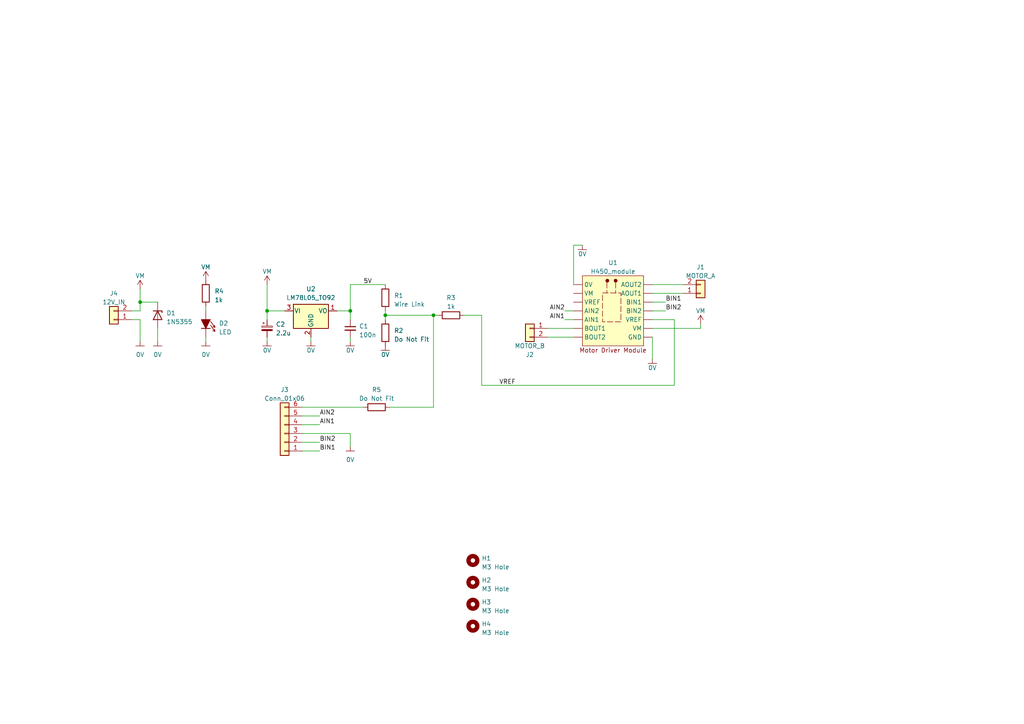
<source format=kicad_sch>
(kicad_sch (version 20230121) (generator eeschema)

  (uuid bbfe2203-dde1-496d-a2bc-7447c18133cc)

  (paper "A4")

  (lib_symbols
    (symbol "Connector_Generic:Conn_01x02" (pin_names (offset 1.016) hide) (in_bom yes) (on_board yes)
      (property "Reference" "J" (at 0 2.54 0)
        (effects (font (size 1.27 1.27)))
      )
      (property "Value" "Conn_01x02" (at 0 -5.08 0)
        (effects (font (size 1.27 1.27)))
      )
      (property "Footprint" "" (at 0 0 0)
        (effects (font (size 1.27 1.27)) hide)
      )
      (property "Datasheet" "~" (at 0 0 0)
        (effects (font (size 1.27 1.27)) hide)
      )
      (property "ki_keywords" "connector" (at 0 0 0)
        (effects (font (size 1.27 1.27)) hide)
      )
      (property "ki_description" "Generic connector, single row, 01x02, script generated (kicad-library-utils/schlib/autogen/connector/)" (at 0 0 0)
        (effects (font (size 1.27 1.27)) hide)
      )
      (property "ki_fp_filters" "Connector*:*_1x??_*" (at 0 0 0)
        (effects (font (size 1.27 1.27)) hide)
      )
      (symbol "Conn_01x02_1_1"
        (rectangle (start -1.27 -2.413) (end 0 -2.667)
          (stroke (width 0.1524) (type default))
          (fill (type none))
        )
        (rectangle (start -1.27 0.127) (end 0 -0.127)
          (stroke (width 0.1524) (type default))
          (fill (type none))
        )
        (rectangle (start -1.27 1.27) (end 1.27 -3.81)
          (stroke (width 0.254) (type default))
          (fill (type background))
        )
        (pin passive line (at -5.08 0 0) (length 3.81)
          (name "Pin_1" (effects (font (size 1.27 1.27))))
          (number "1" (effects (font (size 1.27 1.27))))
        )
        (pin passive line (at -5.08 -2.54 0) (length 3.81)
          (name "Pin_2" (effects (font (size 1.27 1.27))))
          (number "2" (effects (font (size 1.27 1.27))))
        )
      )
    )
    (symbol "Connector_Generic:Conn_01x06" (pin_names (offset 1.016) hide) (in_bom yes) (on_board yes)
      (property "Reference" "J" (at 0 7.62 0)
        (effects (font (size 1.27 1.27)))
      )
      (property "Value" "Conn_01x06" (at 0 -10.16 0)
        (effects (font (size 1.27 1.27)))
      )
      (property "Footprint" "" (at 0 0 0)
        (effects (font (size 1.27 1.27)) hide)
      )
      (property "Datasheet" "~" (at 0 0 0)
        (effects (font (size 1.27 1.27)) hide)
      )
      (property "ki_keywords" "connector" (at 0 0 0)
        (effects (font (size 1.27 1.27)) hide)
      )
      (property "ki_description" "Generic connector, single row, 01x06, script generated (kicad-library-utils/schlib/autogen/connector/)" (at 0 0 0)
        (effects (font (size 1.27 1.27)) hide)
      )
      (property "ki_fp_filters" "Connector*:*_1x??_*" (at 0 0 0)
        (effects (font (size 1.27 1.27)) hide)
      )
      (symbol "Conn_01x06_1_1"
        (rectangle (start -1.27 -7.493) (end 0 -7.747)
          (stroke (width 0.1524) (type default))
          (fill (type none))
        )
        (rectangle (start -1.27 -4.953) (end 0 -5.207)
          (stroke (width 0.1524) (type default))
          (fill (type none))
        )
        (rectangle (start -1.27 -2.413) (end 0 -2.667)
          (stroke (width 0.1524) (type default))
          (fill (type none))
        )
        (rectangle (start -1.27 0.127) (end 0 -0.127)
          (stroke (width 0.1524) (type default))
          (fill (type none))
        )
        (rectangle (start -1.27 2.667) (end 0 2.413)
          (stroke (width 0.1524) (type default))
          (fill (type none))
        )
        (rectangle (start -1.27 5.207) (end 0 4.953)
          (stroke (width 0.1524) (type default))
          (fill (type none))
        )
        (rectangle (start -1.27 6.35) (end 1.27 -8.89)
          (stroke (width 0.254) (type default))
          (fill (type background))
        )
        (pin passive line (at -5.08 5.08 0) (length 3.81)
          (name "Pin_1" (effects (font (size 1.27 1.27))))
          (number "1" (effects (font (size 1.27 1.27))))
        )
        (pin passive line (at -5.08 2.54 0) (length 3.81)
          (name "Pin_2" (effects (font (size 1.27 1.27))))
          (number "2" (effects (font (size 1.27 1.27))))
        )
        (pin passive line (at -5.08 0 0) (length 3.81)
          (name "Pin_3" (effects (font (size 1.27 1.27))))
          (number "3" (effects (font (size 1.27 1.27))))
        )
        (pin passive line (at -5.08 -2.54 0) (length 3.81)
          (name "Pin_4" (effects (font (size 1.27 1.27))))
          (number "4" (effects (font (size 1.27 1.27))))
        )
        (pin passive line (at -5.08 -5.08 0) (length 3.81)
          (name "Pin_5" (effects (font (size 1.27 1.27))))
          (number "5" (effects (font (size 1.27 1.27))))
        )
        (pin passive line (at -5.08 -7.62 0) (length 3.81)
          (name "Pin_6" (effects (font (size 1.27 1.27))))
          (number "6" (effects (font (size 1.27 1.27))))
        )
      )
    )
    (symbol "Device:C_Polarized_Small" (pin_numbers hide) (pin_names (offset 0.254) hide) (in_bom yes) (on_board yes)
      (property "Reference" "C" (at 0.254 1.778 0)
        (effects (font (size 1.27 1.27)) (justify left))
      )
      (property "Value" "C_Polarized_Small" (at 0.254 -2.032 0)
        (effects (font (size 1.27 1.27)) (justify left))
      )
      (property "Footprint" "" (at 0 0 0)
        (effects (font (size 1.27 1.27)) hide)
      )
      (property "Datasheet" "~" (at 0 0 0)
        (effects (font (size 1.27 1.27)) hide)
      )
      (property "ki_keywords" "cap capacitor" (at 0 0 0)
        (effects (font (size 1.27 1.27)) hide)
      )
      (property "ki_description" "Polarized capacitor, small symbol" (at 0 0 0)
        (effects (font (size 1.27 1.27)) hide)
      )
      (property "ki_fp_filters" "CP_*" (at 0 0 0)
        (effects (font (size 1.27 1.27)) hide)
      )
      (symbol "C_Polarized_Small_0_1"
        (rectangle (start -1.524 -0.3048) (end 1.524 -0.6858)
          (stroke (width 0) (type default))
          (fill (type outline))
        )
        (rectangle (start -1.524 0.6858) (end 1.524 0.3048)
          (stroke (width 0) (type default))
          (fill (type none))
        )
        (polyline
          (pts
            (xy -1.27 1.524)
            (xy -0.762 1.524)
          )
          (stroke (width 0) (type default))
          (fill (type none))
        )
        (polyline
          (pts
            (xy -1.016 1.27)
            (xy -1.016 1.778)
          )
          (stroke (width 0) (type default))
          (fill (type none))
        )
      )
      (symbol "C_Polarized_Small_1_1"
        (pin passive line (at 0 2.54 270) (length 1.8542)
          (name "~" (effects (font (size 1.27 1.27))))
          (number "1" (effects (font (size 1.27 1.27))))
        )
        (pin passive line (at 0 -2.54 90) (length 1.8542)
          (name "~" (effects (font (size 1.27 1.27))))
          (number "2" (effects (font (size 1.27 1.27))))
        )
      )
    )
    (symbol "Device:C_Small" (pin_numbers hide) (pin_names (offset 0.254) hide) (in_bom yes) (on_board yes)
      (property "Reference" "C" (at 0.254 1.778 0)
        (effects (font (size 1.27 1.27)) (justify left))
      )
      (property "Value" "C_Small" (at 0.254 -2.032 0)
        (effects (font (size 1.27 1.27)) (justify left))
      )
      (property "Footprint" "" (at 0 0 0)
        (effects (font (size 1.27 1.27)) hide)
      )
      (property "Datasheet" "~" (at 0 0 0)
        (effects (font (size 1.27 1.27)) hide)
      )
      (property "ki_keywords" "capacitor cap" (at 0 0 0)
        (effects (font (size 1.27 1.27)) hide)
      )
      (property "ki_description" "Unpolarized capacitor, small symbol" (at 0 0 0)
        (effects (font (size 1.27 1.27)) hide)
      )
      (property "ki_fp_filters" "C_*" (at 0 0 0)
        (effects (font (size 1.27 1.27)) hide)
      )
      (symbol "C_Small_0_1"
        (polyline
          (pts
            (xy -1.524 -0.508)
            (xy 1.524 -0.508)
          )
          (stroke (width 0.3302) (type default))
          (fill (type none))
        )
        (polyline
          (pts
            (xy -1.524 0.508)
            (xy 1.524 0.508)
          )
          (stroke (width 0.3048) (type default))
          (fill (type none))
        )
      )
      (symbol "C_Small_1_1"
        (pin passive line (at 0 2.54 270) (length 2.032)
          (name "~" (effects (font (size 1.27 1.27))))
          (number "1" (effects (font (size 1.27 1.27))))
        )
        (pin passive line (at 0 -2.54 90) (length 2.032)
          (name "~" (effects (font (size 1.27 1.27))))
          (number "2" (effects (font (size 1.27 1.27))))
        )
      )
    )
    (symbol "Device:D_Zener" (pin_numbers hide) (pin_names (offset 1.016) hide) (in_bom yes) (on_board yes)
      (property "Reference" "D" (at 0 2.54 0)
        (effects (font (size 1.27 1.27)))
      )
      (property "Value" "D_Zener" (at 0 -2.54 0)
        (effects (font (size 1.27 1.27)))
      )
      (property "Footprint" "" (at 0 0 0)
        (effects (font (size 1.27 1.27)) hide)
      )
      (property "Datasheet" "~" (at 0 0 0)
        (effects (font (size 1.27 1.27)) hide)
      )
      (property "ki_keywords" "diode" (at 0 0 0)
        (effects (font (size 1.27 1.27)) hide)
      )
      (property "ki_description" "Zener diode" (at 0 0 0)
        (effects (font (size 1.27 1.27)) hide)
      )
      (property "ki_fp_filters" "TO-???* *_Diode_* *SingleDiode* D_*" (at 0 0 0)
        (effects (font (size 1.27 1.27)) hide)
      )
      (symbol "D_Zener_0_1"
        (polyline
          (pts
            (xy 1.27 0)
            (xy -1.27 0)
          )
          (stroke (width 0) (type default))
          (fill (type none))
        )
        (polyline
          (pts
            (xy -1.27 -1.27)
            (xy -1.27 1.27)
            (xy -0.762 1.27)
          )
          (stroke (width 0.254) (type default))
          (fill (type none))
        )
        (polyline
          (pts
            (xy 1.27 -1.27)
            (xy 1.27 1.27)
            (xy -1.27 0)
            (xy 1.27 -1.27)
          )
          (stroke (width 0.254) (type default))
          (fill (type none))
        )
      )
      (symbol "D_Zener_1_1"
        (pin passive line (at -3.81 0 0) (length 2.54)
          (name "K" (effects (font (size 1.27 1.27))))
          (number "1" (effects (font (size 1.27 1.27))))
        )
        (pin passive line (at 3.81 0 180) (length 2.54)
          (name "A" (effects (font (size 1.27 1.27))))
          (number "2" (effects (font (size 1.27 1.27))))
        )
      )
    )
    (symbol "Device:R" (pin_numbers hide) (pin_names (offset 0)) (in_bom yes) (on_board yes)
      (property "Reference" "R" (at 2.032 0 90)
        (effects (font (size 1.27 1.27)))
      )
      (property "Value" "R" (at 0 0 90)
        (effects (font (size 1.27 1.27)))
      )
      (property "Footprint" "" (at -1.778 0 90)
        (effects (font (size 1.27 1.27)) hide)
      )
      (property "Datasheet" "~" (at 0 0 0)
        (effects (font (size 1.27 1.27)) hide)
      )
      (property "ki_keywords" "R res resistor" (at 0 0 0)
        (effects (font (size 1.27 1.27)) hide)
      )
      (property "ki_description" "Resistor" (at 0 0 0)
        (effects (font (size 1.27 1.27)) hide)
      )
      (property "ki_fp_filters" "R_*" (at 0 0 0)
        (effects (font (size 1.27 1.27)) hide)
      )
      (symbol "R_0_1"
        (rectangle (start -1.016 -2.54) (end 1.016 2.54)
          (stroke (width 0.254) (type default))
          (fill (type none))
        )
      )
      (symbol "R_1_1"
        (pin passive line (at 0 3.81 270) (length 1.27)
          (name "~" (effects (font (size 1.27 1.27))))
          (number "1" (effects (font (size 1.27 1.27))))
        )
        (pin passive line (at 0 -3.81 90) (length 1.27)
          (name "~" (effects (font (size 1.27 1.27))))
          (number "2" (effects (font (size 1.27 1.27))))
        )
      )
    )
    (symbol "Mechanical:MountingHole" (pin_names (offset 1.016)) (in_bom yes) (on_board yes)
      (property "Reference" "H" (at 0 5.08 0)
        (effects (font (size 1.27 1.27)))
      )
      (property "Value" "MountingHole" (at 0 3.175 0)
        (effects (font (size 1.27 1.27)))
      )
      (property "Footprint" "" (at 0 0 0)
        (effects (font (size 1.27 1.27)) hide)
      )
      (property "Datasheet" "~" (at 0 0 0)
        (effects (font (size 1.27 1.27)) hide)
      )
      (property "ki_keywords" "mounting hole" (at 0 0 0)
        (effects (font (size 1.27 1.27)) hide)
      )
      (property "ki_description" "Mounting Hole without connection" (at 0 0 0)
        (effects (font (size 1.27 1.27)) hide)
      )
      (property "ki_fp_filters" "MountingHole*" (at 0 0 0)
        (effects (font (size 1.27 1.27)) hide)
      )
      (symbol "MountingHole_0_1"
        (circle (center 0 0) (radius 1.27)
          (stroke (width 1.27) (type default))
          (fill (type none))
        )
      )
    )
    (symbol "Regulator_Linear:LM78L05_TO92" (pin_names (offset 0.254)) (in_bom yes) (on_board yes)
      (property "Reference" "U" (at -3.81 3.175 0)
        (effects (font (size 1.27 1.27)))
      )
      (property "Value" "LM78L05_TO92" (at 0 3.175 0)
        (effects (font (size 1.27 1.27)) (justify left))
      )
      (property "Footprint" "Package_TO_SOT_THT:TO-92_Inline" (at 0 5.715 0)
        (effects (font (size 1.27 1.27) italic) hide)
      )
      (property "Datasheet" "https://www.onsemi.com/pub/Collateral/MC78L06A-D.pdf" (at 0 -1.27 0)
        (effects (font (size 1.27 1.27)) hide)
      )
      (property "ki_keywords" "Voltage Regulator 100mA Positive" (at 0 0 0)
        (effects (font (size 1.27 1.27)) hide)
      )
      (property "ki_description" "Positive 100mA 30V Linear Regulator, Fixed Output 5V, TO-92" (at 0 0 0)
        (effects (font (size 1.27 1.27)) hide)
      )
      (property "ki_fp_filters" "TO?92*" (at 0 0 0)
        (effects (font (size 1.27 1.27)) hide)
      )
      (symbol "LM78L05_TO92_0_1"
        (rectangle (start -5.08 -5.08) (end 5.08 1.905)
          (stroke (width 0.254) (type default))
          (fill (type background))
        )
      )
      (symbol "LM78L05_TO92_1_1"
        (pin power_out line (at 7.62 0 180) (length 2.54)
          (name "VO" (effects (font (size 1.27 1.27))))
          (number "1" (effects (font (size 1.27 1.27))))
        )
        (pin power_in line (at 0 -7.62 90) (length 2.54)
          (name "GND" (effects (font (size 1.27 1.27))))
          (number "2" (effects (font (size 1.27 1.27))))
        )
        (pin power_in line (at -7.62 0 0) (length 2.54)
          (name "VI" (effects (font (size 1.27 1.27))))
          (number "3" (effects (font (size 1.27 1.27))))
        )
      )
    )
    (symbol "User_Global_Symbol_Library:0V" (power) (pin_names (offset 0)) (in_bom yes) (on_board yes)
      (property "Reference" "#PWR" (at 0 -5.08 0)
        (effects (font (size 1.27 1.27)) hide)
      )
      (property "Value" "0V" (at 0 -2.54 0)
        (effects (font (size 1.27 1.27)))
      )
      (property "Footprint" "" (at 0 0 0)
        (effects (font (size 1.27 1.27)) hide)
      )
      (property "Datasheet" "" (at 0 0 0)
        (effects (font (size 1.27 1.27)) hide)
      )
      (property "ki_keywords" "power-flag" (at 0 0 0)
        (effects (font (size 1.27 1.27)) hide)
      )
      (property "ki_description" "Power symbol creates a global label with name \"0V\"" (at 0 0 0)
        (effects (font (size 1.27 1.27)) hide)
      )
      (symbol "0V_0_1"
        (polyline
          (pts
            (xy -1.27 -1.27)
            (xy 1.27 -1.27)
          )
          (stroke (width 0) (type default))
          (fill (type none))
        )
        (polyline
          (pts
            (xy 0 0)
            (xy 0 -1.27)
          )
          (stroke (width 0) (type default))
          (fill (type none))
        )
      )
      (symbol "0V_1_1"
        (pin power_in line (at 0 0 270) (length 0) hide
          (name "0V" (effects (font (size 1.27 1.27))))
          (number "1" (effects (font (size 1.27 1.27))))
        )
      )
    )
    (symbol "User_Global_Symbol_Library:LED" (pin_numbers hide) (pin_names (offset 1.016) hide) (in_bom yes) (on_board yes)
      (property "Reference" "D" (at 0 2.54 0)
        (effects (font (size 1.27 1.27)))
      )
      (property "Value" "LED" (at 0 -3.81 0)
        (effects (font (size 1.27 1.27)))
      )
      (property "Footprint" "" (at 0 0 0)
        (effects (font (size 1.27 1.27)) hide)
      )
      (property "Datasheet" "~" (at 0 0 0)
        (effects (font (size 1.27 1.27)) hide)
      )
      (property "ki_keywords" "LED diode" (at 0 0 0)
        (effects (font (size 1.27 1.27)) hide)
      )
      (property "ki_description" "Light emitting diode, filled shape" (at 0 0 0)
        (effects (font (size 1.27 1.27)) hide)
      )
      (property "ki_fp_filters" "LED* LED_SMD:* LED_THT:*" (at 0 0 0)
        (effects (font (size 1.27 1.27)) hide)
      )
      (symbol "LED_0_1"
        (polyline
          (pts
            (xy -1.27 -1.27)
            (xy -1.27 1.27)
          )
          (stroke (width 0.254) (type default))
          (fill (type none))
        )
        (polyline
          (pts
            (xy -1.27 0)
            (xy 1.27 0)
          )
          (stroke (width 0) (type default))
          (fill (type none))
        )
        (polyline
          (pts
            (xy 1.27 -1.27)
            (xy 1.27 1.27)
            (xy -1.27 0)
            (xy 1.27 -1.27)
          )
          (stroke (width 0.254) (type default))
          (fill (type outline))
        )
        (polyline
          (pts
            (xy -0.381 -1.397)
            (xy -2.159 -2.667)
            (xy -1.524 -2.54)
            (xy -2.159 -2.667)
            (xy -1.905 -2.032)
          )
          (stroke (width 0.2) (type default))
          (fill (type none))
        )
        (polyline
          (pts
            (xy 0.762 -1.397)
            (xy -1.016 -2.667)
            (xy -0.381 -2.54)
            (xy -1.016 -2.667)
            (xy -0.762 -2.032)
          )
          (stroke (width 0.2) (type default))
          (fill (type none))
        )
      )
      (symbol "LED_1_1"
        (pin passive line (at -3.81 0 0) (length 2.54)
          (name "K" (effects (font (size 1.27 1.27))))
          (number "1" (effects (font (size 1.27 1.27))))
        )
        (pin passive line (at 3.81 0 180) (length 2.54)
          (name "A" (effects (font (size 1.27 1.27))))
          (number "2" (effects (font (size 1.27 1.27))))
        )
      )
    )
    (symbol "User_Global_Symbol_Library:VM" (power) (pin_names (offset 0)) (in_bom yes) (on_board yes)
      (property "Reference" "#PWR" (at 0 -3.81 0)
        (effects (font (size 1.27 1.27)) hide)
      )
      (property "Value" "VM" (at 0 3.556 0)
        (effects (font (size 1.27 1.27)))
      )
      (property "Footprint" "" (at 0 0 0)
        (effects (font (size 1.27 1.27)) hide)
      )
      (property "Datasheet" "" (at 0 0 0)
        (effects (font (size 1.27 1.27)) hide)
      )
      (property "ki_keywords" "global power" (at 0 0 0)
        (effects (font (size 1.27 1.27)) hide)
      )
      (property "ki_description" "Power symbol creates a global label with name \"VM\"" (at 0 0 0)
        (effects (font (size 1.27 1.27)) hide)
      )
      (symbol "VM_0_1"
        (polyline
          (pts
            (xy -0.762 1.27)
            (xy 0 2.54)
          )
          (stroke (width 0) (type default))
          (fill (type none))
        )
        (polyline
          (pts
            (xy 0 0)
            (xy 0 2.54)
          )
          (stroke (width 0) (type default))
          (fill (type none))
        )
        (polyline
          (pts
            (xy 0 2.54)
            (xy 0.762 1.27)
          )
          (stroke (width 0) (type default))
          (fill (type none))
        )
      )
      (symbol "VM_1_1"
        (pin power_in line (at 0 0 90) (length 0) hide
          (name "VM" (effects (font (size 1.27 1.27))))
          (number "1" (effects (font (size 1.27 1.27))))
        )
      )
    )
    (symbol "User_Global_Symbol_Library:h450_module" (pin_numbers hide) (in_bom yes) (on_board yes)
      (property "Reference" "U" (at 1.27 10.16 0)
        (effects (font (size 1.27 1.27)))
      )
      (property "Value" "H450_module" (at 1.27 -15.24 0)
        (effects (font (size 1.27 1.27)))
      )
      (property "Footprint" "User Global Library:H450-module" (at 0 12.7 0)
        (effects (font (size 1.27 1.27)) hide)
      )
      (property "Datasheet" "" (at 0 0 0)
        (effects (font (size 1.27 1.27)) hide)
      )
      (symbol "h450_module_0_1"
        (rectangle (start -7.62 8.89) (end 10.16 -11.43)
          (stroke (width 0) (type default))
          (fill (type background))
        )
      )
      (symbol "h450_module_1_0"
        (circle (center -0.381 7.493) (radius 0.4579)
          (stroke (width 0) (type default))
          (fill (type outline))
        )
        (circle (center 2.032 7.493) (radius 0.4579)
          (stroke (width 0) (type default))
          (fill (type outline))
        )
        (text "Motor Driver Module" (at 1.27 -12.7 0)
          (effects (font (size 1.27 1.27)))
        )
      )
      (symbol "h450_module_1_1"
        (rectangle (start -1.778 3.937) (end 3.556 -4.445)
          (stroke (width 0) (type dash))
          (fill (type none))
        )
        (polyline
          (pts
            (xy -0.508 6.985)
            (xy -0.508 3.937)
          )
          (stroke (width 0) (type dash))
          (fill (type none))
        )
        (polyline
          (pts
            (xy 2.032 6.985)
            (xy 2.032 3.937)
          )
          (stroke (width 0) (type dash))
          (fill (type none))
        )
        (pin power_in line (at -10.16 6.35 0) (length 2.54)
          (name "0V" (effects (font (size 1.27 1.27))))
          (number "1" (effects (font (size 1.27 1.27))))
        )
        (pin input line (at 12.7 -3.81 180) (length 2.54)
          (name "VREF" (effects (font (size 1.27 1.27))))
          (number "10" (effects (font (size 1.27 1.27))))
        )
        (pin input line (at 12.7 -1.27 180) (length 2.54)
          (name "BIN2" (effects (font (size 1.27 1.27))))
          (number "11" (effects (font (size 1.27 1.27))))
        )
        (pin input line (at 12.7 1.27 180) (length 2.54)
          (name "BIN1" (effects (font (size 1.27 1.27))))
          (number "12" (effects (font (size 1.27 1.27))))
        )
        (pin output line (at 12.7 3.81 180) (length 2.54)
          (name "AOUT1" (effects (font (size 1.27 1.27))))
          (number "13" (effects (font (size 1.27 1.27))))
        )
        (pin output line (at 12.7 6.35 180) (length 2.54)
          (name "AOUT2" (effects (font (size 1.27 1.27))))
          (number "14" (effects (font (size 1.27 1.27))))
        )
        (pin power_in line (at -10.16 3.81 0) (length 2.54)
          (name "VM" (effects (font (size 1.27 1.27))))
          (number "2" (effects (font (size 1.27 1.27))))
        )
        (pin input line (at -10.16 1.27 0) (length 2.54)
          (name "VREF" (effects (font (size 1.27 1.27))))
          (number "3" (effects (font (size 1.27 1.27))))
        )
        (pin input line (at -10.16 -1.27 0) (length 2.54)
          (name "AIN2" (effects (font (size 1.27 1.27))))
          (number "4" (effects (font (size 1.27 1.27))))
        )
        (pin input line (at -10.16 -3.81 0) (length 2.54)
          (name "AIN1" (effects (font (size 1.27 1.27))))
          (number "5" (effects (font (size 1.27 1.27))))
        )
        (pin output line (at -10.16 -6.35 0) (length 2.54)
          (name "BOUT1" (effects (font (size 1.27 1.27))))
          (number "6" (effects (font (size 1.27 1.27))))
        )
        (pin output line (at -10.16 -8.89 0) (length 2.54)
          (name "BOUT2" (effects (font (size 1.27 1.27))))
          (number "7" (effects (font (size 1.27 1.27))))
        )
        (pin power_in line (at 12.7 -8.89 180) (length 2.54)
          (name "GND" (effects (font (size 1.27 1.27))))
          (number "8" (effects (font (size 1.27 1.27))))
        )
        (pin power_in line (at 12.7 -6.35 180) (length 2.54)
          (name "VM" (effects (font (size 1.27 1.27))))
          (number "9" (effects (font (size 1.27 1.27))))
        )
      )
    )
  )

  (junction (at 101.6 90.17) (diameter 0) (color 0 0 0 0)
    (uuid 0a6e8a0a-bca0-4e54-936e-104a89996e57)
  )
  (junction (at 111.76 91.44) (diameter 0) (color 0 0 0 0)
    (uuid 1d047c8f-9ec9-4cbe-a087-529dc1fcd248)
  )
  (junction (at 40.64 87.63) (diameter 0) (color 0 0 0 0)
    (uuid 63a94b7a-53a1-4613-b3a5-4724eb18e742)
  )
  (junction (at 77.47 90.17) (diameter 0) (color 0 0 0 0)
    (uuid a99375f9-2148-44c3-bc9a-450adc11a518)
  )
  (junction (at 125.73 91.44) (diameter 0) (color 0 0 0 0)
    (uuid c2e1fb68-c955-430d-9dcf-afc10031be9c)
  )

  (wire (pts (xy 77.47 82.55) (xy 77.47 90.17))
    (stroke (width 0) (type default))
    (uuid 0195b05e-3816-4a6a-85cd-e984fcc833a2)
  )
  (wire (pts (xy 111.76 82.55) (xy 101.6 82.55))
    (stroke (width 0) (type default))
    (uuid 04089f3e-d2d3-44c2-8b72-299c6e7cf89a)
  )
  (wire (pts (xy 101.6 99.06) (xy 101.6 97.79))
    (stroke (width 0) (type default))
    (uuid 0c11853e-fecf-473e-811f-6fc0a3f797ef)
  )
  (wire (pts (xy 125.73 118.11) (xy 125.73 91.44))
    (stroke (width 0) (type default))
    (uuid 115e3280-fb6e-403a-be63-87f3f5876d8a)
  )
  (wire (pts (xy 40.64 87.63) (xy 40.64 83.82))
    (stroke (width 0) (type default))
    (uuid 12e51d18-2518-47e5-9569-32b9bfd51a72)
  )
  (wire (pts (xy 90.17 99.06) (xy 90.17 97.79))
    (stroke (width 0) (type default))
    (uuid 135d7835-d7da-472e-92e3-0724922dc352)
  )
  (wire (pts (xy 77.47 90.17) (xy 82.55 90.17))
    (stroke (width 0) (type default))
    (uuid 1e35f709-391a-4f44-b41e-da78b70d8f5c)
  )
  (wire (pts (xy 101.6 82.55) (xy 101.6 90.17))
    (stroke (width 0) (type default))
    (uuid 21a51cd0-00a7-4504-a70c-1204fe0270c0)
  )
  (wire (pts (xy 101.6 90.17) (xy 101.6 92.71))
    (stroke (width 0) (type default))
    (uuid 299ef3c6-1e13-4337-85df-6c89ab59a364)
  )
  (wire (pts (xy 45.72 99.06) (xy 45.72 95.25))
    (stroke (width 0) (type default))
    (uuid 2f65f6da-06ee-404b-8a38-f43ba4d5a213)
  )
  (wire (pts (xy 189.23 104.14) (xy 189.23 97.79))
    (stroke (width 0) (type default))
    (uuid 3b283148-7afe-48ce-81cc-3b4bf0d31f1c)
  )
  (wire (pts (xy 158.75 95.25) (xy 166.37 95.25))
    (stroke (width 0) (type default))
    (uuid 3dbde128-bcd2-4041-91b3-63261ac4613b)
  )
  (wire (pts (xy 203.2 93.98) (xy 203.2 95.25))
    (stroke (width 0) (type default))
    (uuid 4447f2a8-c571-4467-8b29-ab8058927306)
  )
  (wire (pts (xy 40.64 90.17) (xy 40.64 87.63))
    (stroke (width 0) (type default))
    (uuid 45b28c57-91ce-46ee-898d-b212963c0f07)
  )
  (wire (pts (xy 111.76 91.44) (xy 111.76 92.71))
    (stroke (width 0) (type default))
    (uuid 4988ce64-3e24-41e2-9b27-590b6a140d10)
  )
  (wire (pts (xy 158.75 97.79) (xy 166.37 97.79))
    (stroke (width 0) (type default))
    (uuid 4bf0a7d2-d6ff-4908-ae26-922aa60505ba)
  )
  (wire (pts (xy 163.83 92.71) (xy 166.37 92.71))
    (stroke (width 0) (type default))
    (uuid 4c5aa4c6-d524-4cac-9859-0e839ee4aaee)
  )
  (wire (pts (xy 168.91 71.12) (xy 166.37 71.12))
    (stroke (width 0) (type default))
    (uuid 4e469f31-e07f-4d16-8e93-1f973d550e46)
  )
  (wire (pts (xy 195.58 111.76) (xy 139.7 111.76))
    (stroke (width 0) (type default))
    (uuid 52303c4a-e923-41f2-882c-7240d02597eb)
  )
  (wire (pts (xy 189.23 85.09) (xy 198.12 85.09))
    (stroke (width 0) (type default))
    (uuid 5c19385b-0472-49a2-bfd3-a52a3a18d9a6)
  )
  (wire (pts (xy 87.63 123.19) (xy 92.71 123.19))
    (stroke (width 0) (type default))
    (uuid 62586ade-5a94-4785-a6aa-a6225b349e46)
  )
  (wire (pts (xy 59.69 88.9) (xy 59.69 90.17))
    (stroke (width 0) (type default))
    (uuid 6e2456f4-ffe4-499d-bb14-e81b1f41c15a)
  )
  (wire (pts (xy 77.47 90.17) (xy 77.47 92.71))
    (stroke (width 0) (type default))
    (uuid 6eb8665b-ceee-41dc-8c0e-dea74da4b861)
  )
  (wire (pts (xy 125.73 91.44) (xy 127 91.44))
    (stroke (width 0) (type default))
    (uuid 7229ac38-a877-4aad-aedd-ada1d82050a2)
  )
  (wire (pts (xy 87.63 130.81) (xy 92.71 130.81))
    (stroke (width 0) (type default))
    (uuid 7aa8a304-8122-4465-9565-bdbc4e11317b)
  )
  (wire (pts (xy 166.37 71.12) (xy 166.37 82.55))
    (stroke (width 0) (type default))
    (uuid 7e7fb194-9520-46dd-812b-20568cd8e4b6)
  )
  (wire (pts (xy 87.63 125.73) (xy 101.6 125.73))
    (stroke (width 0) (type default))
    (uuid 7ec10114-684d-44a3-bd04-4cfc41d1c171)
  )
  (wire (pts (xy 189.23 90.17) (xy 193.04 90.17))
    (stroke (width 0) (type default))
    (uuid 832f924b-8450-4531-a9b4-95fa1ca62dfc)
  )
  (wire (pts (xy 59.69 99.06) (xy 59.69 97.79))
    (stroke (width 0) (type default))
    (uuid 83e6dfcc-d6a9-4533-a95d-584cc1752f97)
  )
  (wire (pts (xy 38.1 92.71) (xy 40.64 92.71))
    (stroke (width 0) (type default))
    (uuid 8a90e627-4b08-4259-8aea-a698a2b263d1)
  )
  (wire (pts (xy 189.23 82.55) (xy 198.12 82.55))
    (stroke (width 0) (type default))
    (uuid 8c8eeab2-eb4b-4b49-a2a3-ac1865e0dd6a)
  )
  (wire (pts (xy 111.76 90.17) (xy 111.76 91.44))
    (stroke (width 0) (type default))
    (uuid 9171444c-7630-4c3c-aeb7-09950d3fe4b9)
  )
  (wire (pts (xy 113.03 118.11) (xy 125.73 118.11))
    (stroke (width 0) (type default))
    (uuid 950f7596-9fcd-414b-8489-293ec9400b11)
  )
  (wire (pts (xy 40.64 87.63) (xy 45.72 87.63))
    (stroke (width 0) (type default))
    (uuid 97571cf5-11c9-4b38-a12a-c3caab4d0672)
  )
  (wire (pts (xy 40.64 92.71) (xy 40.64 99.06))
    (stroke (width 0) (type default))
    (uuid 99ce1cd4-c98e-47a4-988f-20baffc6b9b7)
  )
  (wire (pts (xy 163.83 90.17) (xy 166.37 90.17))
    (stroke (width 0) (type default))
    (uuid a88afb25-4f2b-4868-8707-fd5be30c8ffa)
  )
  (wire (pts (xy 195.58 92.71) (xy 195.58 111.76))
    (stroke (width 0) (type default))
    (uuid ba8b8ff8-455f-49b3-af1c-0836b14ca258)
  )
  (wire (pts (xy 101.6 125.73) (xy 101.6 129.54))
    (stroke (width 0) (type default))
    (uuid c0f8e70c-bbbd-46e9-8228-ba357af53bba)
  )
  (wire (pts (xy 189.23 95.25) (xy 203.2 95.25))
    (stroke (width 0) (type default))
    (uuid c5f57e57-0077-43cf-ad62-0a795daef148)
  )
  (wire (pts (xy 87.63 120.65) (xy 92.71 120.65))
    (stroke (width 0) (type default))
    (uuid c85cb8c9-d3d0-4ae7-99b7-a493153f467e)
  )
  (wire (pts (xy 139.7 111.76) (xy 139.7 91.44))
    (stroke (width 0) (type default))
    (uuid c91dee1a-3780-46f6-a13c-988c5cccd838)
  )
  (wire (pts (xy 189.23 87.63) (xy 193.04 87.63))
    (stroke (width 0) (type default))
    (uuid d4d2356e-5b22-485b-8417-49f53fe6546e)
  )
  (wire (pts (xy 139.7 91.44) (xy 134.62 91.44))
    (stroke (width 0) (type default))
    (uuid eab280dc-971b-4639-ab65-6014d3e9179d)
  )
  (wire (pts (xy 111.76 91.44) (xy 125.73 91.44))
    (stroke (width 0) (type default))
    (uuid ece30882-6bf2-494b-bc2b-cdc66b20ec8f)
  )
  (wire (pts (xy 97.79 90.17) (xy 101.6 90.17))
    (stroke (width 0) (type default))
    (uuid f03cc026-7479-4b37-ba6f-97bd3a9f6281)
  )
  (wire (pts (xy 38.1 90.17) (xy 40.64 90.17))
    (stroke (width 0) (type default))
    (uuid f237e5ee-c28f-4057-8e33-584ecf4edf14)
  )
  (wire (pts (xy 189.23 92.71) (xy 195.58 92.71))
    (stroke (width 0) (type default))
    (uuid f4daa86e-eb3a-4828-8935-54cff8953c72)
  )
  (wire (pts (xy 87.63 118.11) (xy 105.41 118.11))
    (stroke (width 0) (type default))
    (uuid f8313d5b-d9fe-4371-8cc5-9a75ee6eeac6)
  )
  (wire (pts (xy 87.63 128.27) (xy 92.71 128.27))
    (stroke (width 0) (type default))
    (uuid fa454eba-c8c6-4b99-b7d9-b6a5404caa51)
  )
  (wire (pts (xy 77.47 97.79) (xy 77.47 99.06))
    (stroke (width 0) (type default))
    (uuid fd9a0feb-3167-4b2a-8519-f727ff491390)
  )

  (label "AIN2" (at 92.71 120.65 0) (fields_autoplaced)
    (effects (font (size 1.27 1.27)) (justify left bottom))
    (uuid 091e3541-7b15-4246-9351-b2a10d8e0feb)
  )
  (label "BIN2" (at 193.04 90.17 0) (fields_autoplaced)
    (effects (font (size 1.27 1.27)) (justify left bottom))
    (uuid 1976ff5b-5358-44c9-bdbc-5a379c4c0353)
  )
  (label "BIN1" (at 92.71 130.81 0) (fields_autoplaced)
    (effects (font (size 1.27 1.27)) (justify left bottom))
    (uuid 24e8340d-7bbe-4f66-8c84-3fdca7f12f65)
  )
  (label "AIN1" (at 92.71 123.19 0) (fields_autoplaced)
    (effects (font (size 1.27 1.27)) (justify left bottom))
    (uuid 40d90092-56be-42c6-b178-e5bd75e0e8b3)
  )
  (label "VREF" (at 144.78 111.76 0) (fields_autoplaced)
    (effects (font (size 1.27 1.27)) (justify left bottom))
    (uuid 76c01cee-a955-4755-b899-5e9b659d0209)
  )
  (label "BIN1" (at 193.04 87.63 0) (fields_autoplaced)
    (effects (font (size 1.27 1.27)) (justify left bottom))
    (uuid 7dcb6ce1-e5d1-4bc3-814b-61b85ab25dd8)
  )
  (label "AIN2" (at 163.83 90.17 180) (fields_autoplaced)
    (effects (font (size 1.27 1.27)) (justify right bottom))
    (uuid 9a33db7e-934d-4c97-b3f1-a856d3ca3107)
  )
  (label "5V" (at 105.41 82.55 0) (fields_autoplaced)
    (effects (font (size 1.27 1.27)) (justify left bottom))
    (uuid a7655d65-0d74-4ee0-9325-46fd27f3143d)
  )
  (label "AIN1" (at 163.83 92.71 180) (fields_autoplaced)
    (effects (font (size 1.27 1.27)) (justify right bottom))
    (uuid b8dc30ef-97d7-4115-b3da-36076fb0e63a)
  )
  (label "BIN2" (at 92.71 128.27 0) (fields_autoplaced)
    (effects (font (size 1.27 1.27)) (justify left bottom))
    (uuid b9cb13a3-e6cc-49ee-bb5e-b12ada0a4f4f)
  )

  (symbol (lib_id "User_Global_Symbol_Library:0V") (at 189.23 104.14 0) (unit 1)
    (in_bom yes) (on_board yes) (dnp no)
    (uuid 05f277be-ee27-4c91-86f7-87a29bf8976a)
    (property "Reference" "#PWR08" (at 189.23 109.22 0)
      (effects (font (size 1.27 1.27)) hide)
    )
    (property "Value" "0V" (at 189.23 106.68 0)
      (effects (font (size 1.27 1.27)))
    )
    (property "Footprint" "" (at 189.23 104.14 0)
      (effects (font (size 1.27 1.27)) hide)
    )
    (property "Datasheet" "" (at 189.23 104.14 0)
      (effects (font (size 1.27 1.27)) hide)
    )
    (pin "1" (uuid 231ed6ad-a87c-4a70-864e-12cc46ae2b07))
    (instances
      (project "motor-board-project"
        (path "/bbfe2203-dde1-496d-a2bc-7447c18133cc"
          (reference "#PWR08") (unit 1)
        )
      )
    )
  )

  (symbol (lib_id "User_Global_Symbol_Library:VM") (at 59.69 81.28 0) (unit 1)
    (in_bom yes) (on_board yes) (dnp no) (fields_autoplaced)
    (uuid 07ad8ed6-9436-4a1f-8e37-c9332c1579b9)
    (property "Reference" "#PWR014" (at 59.69 85.09 0)
      (effects (font (size 1.27 1.27)) hide)
    )
    (property "Value" "VM" (at 59.69 77.47 0)
      (effects (font (size 1.27 1.27)))
    )
    (property "Footprint" "" (at 59.69 81.28 0)
      (effects (font (size 1.27 1.27)) hide)
    )
    (property "Datasheet" "" (at 59.69 81.28 0)
      (effects (font (size 1.27 1.27)) hide)
    )
    (pin "1" (uuid 63204b57-7526-4a06-bcd5-0c59db38bd95))
    (instances
      (project "motor-board-project"
        (path "/bbfe2203-dde1-496d-a2bc-7447c18133cc"
          (reference "#PWR014") (unit 1)
        )
      )
    )
  )

  (symbol (lib_id "Device:R") (at 130.81 91.44 270) (unit 1)
    (in_bom yes) (on_board yes) (dnp no) (fields_autoplaced)
    (uuid 090c6dd4-3c11-4d78-9111-82cfadd5cad5)
    (property "Reference" "R3" (at 130.81 86.36 90)
      (effects (font (size 1.27 1.27)))
    )
    (property "Value" "1k" (at 130.81 88.9 90)
      (effects (font (size 1.27 1.27)))
    )
    (property "Footprint" "Resistor_THT:R_Axial_DIN0207_L6.3mm_D2.5mm_P10.16mm_Horizontal" (at 130.81 89.662 90)
      (effects (font (size 1.27 1.27)) hide)
    )
    (property "Datasheet" "~" (at 130.81 91.44 0)
      (effects (font (size 1.27 1.27)) hide)
    )
    (pin "1" (uuid d674acc3-b5b9-4216-b51e-c5d029a7a02f))
    (pin "2" (uuid 7eb6e536-aca4-4146-9819-c28618f50fcd))
    (instances
      (project "motor-board-project"
        (path "/bbfe2203-dde1-496d-a2bc-7447c18133cc"
          (reference "R3") (unit 1)
        )
      )
    )
  )

  (symbol (lib_id "User_Global_Symbol_Library:VM") (at 203.2 93.98 0) (unit 1)
    (in_bom yes) (on_board yes) (dnp no) (fields_autoplaced)
    (uuid 13b4286c-a29d-4a51-bb6b-6af58823b34c)
    (property "Reference" "#PWR06" (at 203.2 97.79 0)
      (effects (font (size 1.27 1.27)) hide)
    )
    (property "Value" "VM" (at 203.2 90.17 0)
      (effects (font (size 1.27 1.27)))
    )
    (property "Footprint" "" (at 203.2 93.98 0)
      (effects (font (size 1.27 1.27)) hide)
    )
    (property "Datasheet" "" (at 203.2 93.98 0)
      (effects (font (size 1.27 1.27)) hide)
    )
    (pin "1" (uuid 5e2bc723-ec49-4f03-b17d-73dc1fecdad7))
    (instances
      (project "motor-board-project"
        (path "/bbfe2203-dde1-496d-a2bc-7447c18133cc"
          (reference "#PWR06") (unit 1)
        )
      )
    )
  )

  (symbol (lib_id "User_Global_Symbol_Library:h450_module") (at 176.53 88.9 0) (unit 1)
    (in_bom yes) (on_board yes) (dnp no) (fields_autoplaced)
    (uuid 14548948-7686-40b4-ad56-9872061b15c6)
    (property "Reference" "U1" (at 177.8 76.2 0)
      (effects (font (size 1.27 1.27)))
    )
    (property "Value" "H450_module" (at 177.8 78.74 0)
      (effects (font (size 1.27 1.27)))
    )
    (property "Footprint" "User Global Library:H450-module" (at 176.53 76.2 0)
      (effects (font (size 1.27 1.27)) hide)
    )
    (property "Datasheet" "" (at 176.53 88.9 0)
      (effects (font (size 1.27 1.27)) hide)
    )
    (pin "1" (uuid 37dc2aaa-f1ac-40e2-a30d-2237e060cf7b))
    (pin "10" (uuid a19f11fc-12e4-4152-bdf8-006e8f4e1eaa))
    (pin "11" (uuid 5fa3d542-8ee3-49bb-925b-947000a6dff4))
    (pin "12" (uuid 5eeb3613-922c-41cc-a868-a67ca295dfcb))
    (pin "13" (uuid 540a8023-3ebd-4f6c-8c1d-50311219ebf3))
    (pin "14" (uuid 93862350-b6ac-464f-9f68-2902f6a1ce5f))
    (pin "2" (uuid 1db447af-ba9b-48bb-9ee0-c16605d99132))
    (pin "3" (uuid 8a798959-d728-4831-98a1-8d2f9ae7669f))
    (pin "4" (uuid fbf33424-100b-444f-9eba-e3824df64f53))
    (pin "5" (uuid 5acce84f-1f4a-4de4-9164-a4f696e2e3d0))
    (pin "6" (uuid c891c695-5eca-4745-82c5-bb223b28d11b))
    (pin "7" (uuid dc1fe6d1-f25e-4d12-89dc-d4ce631a0e64))
    (pin "8" (uuid 30e74bca-6973-4e7f-ab76-ed67ffa66af3))
    (pin "9" (uuid 08439fab-52b0-475d-aa73-5c2254d62bc0))
    (instances
      (project "motor-board-project"
        (path "/bbfe2203-dde1-496d-a2bc-7447c18133cc"
          (reference "U1") (unit 1)
        )
      )
    )
  )

  (symbol (lib_id "Connector_Generic:Conn_01x06") (at 82.55 125.73 180) (unit 1)
    (in_bom yes) (on_board yes) (dnp no) (fields_autoplaced)
    (uuid 23d7c0d2-6df5-4a32-8be0-6d5b1a8e86dd)
    (property "Reference" "J3" (at 82.55 113.03 0)
      (effects (font (size 1.27 1.27)))
    )
    (property "Value" "Conn_01x06" (at 82.55 115.57 0)
      (effects (font (size 1.27 1.27)))
    )
    (property "Footprint" "User Global Library:PinHeader_1x06_P2.54mm_Vertical" (at 82.55 125.73 0)
      (effects (font (size 1.27 1.27)) hide)
    )
    (property "Datasheet" "~" (at 82.55 125.73 0)
      (effects (font (size 1.27 1.27)) hide)
    )
    (pin "1" (uuid 18329ab1-f02d-48a6-a095-c8f5b2dce763))
    (pin "2" (uuid 42904c46-d1fb-4123-b74b-00df406a0fb1))
    (pin "3" (uuid a91b1b9e-080c-4508-acce-f9b96416e63b))
    (pin "4" (uuid 896ecae2-98df-480f-932e-7634ec3344f4))
    (pin "5" (uuid 2b0f666c-d84e-4ddf-a448-89052d5bfa2d))
    (pin "6" (uuid f9fd5d82-4040-4e5d-a20e-74f1222d5475))
    (instances
      (project "motor-board-project"
        (path "/bbfe2203-dde1-496d-a2bc-7447c18133cc"
          (reference "J3") (unit 1)
        )
      )
    )
  )

  (symbol (lib_id "User_Global_Symbol_Library:0V") (at 59.69 99.06 0) (unit 1)
    (in_bom yes) (on_board yes) (dnp no) (fields_autoplaced)
    (uuid 318648de-8ebb-49c1-9108-7fe9f86c6a69)
    (property "Reference" "#PWR013" (at 59.69 104.14 0)
      (effects (font (size 1.27 1.27)) hide)
    )
    (property "Value" "0V" (at 59.69 102.87 0)
      (effects (font (size 1.27 1.27)))
    )
    (property "Footprint" "" (at 59.69 99.06 0)
      (effects (font (size 1.27 1.27)) hide)
    )
    (property "Datasheet" "" (at 59.69 99.06 0)
      (effects (font (size 1.27 1.27)) hide)
    )
    (pin "1" (uuid e9392128-40c0-482e-828f-211cae676646))
    (instances
      (project "motor-board-project"
        (path "/bbfe2203-dde1-496d-a2bc-7447c18133cc"
          (reference "#PWR013") (unit 1)
        )
      )
    )
  )

  (symbol (lib_id "Mechanical:MountingHole") (at 137.16 175.26 0) (unit 1)
    (in_bom yes) (on_board yes) (dnp no) (fields_autoplaced)
    (uuid 3961ed4c-7f41-4951-ab9d-30b2baf41c8d)
    (property "Reference" "H3" (at 139.7 174.625 0)
      (effects (font (size 1.27 1.27)) (justify left))
    )
    (property "Value" "M3 Hole" (at 139.7 177.165 0)
      (effects (font (size 1.27 1.27)) (justify left))
    )
    (property "Footprint" "User Global Library:HOLE_BARE_3.1mm" (at 137.16 175.26 0)
      (effects (font (size 1.27 1.27)) hide)
    )
    (property "Datasheet" "~" (at 137.16 175.26 0)
      (effects (font (size 1.27 1.27)) hide)
    )
    (instances
      (project "motor-board-project"
        (path "/bbfe2203-dde1-496d-a2bc-7447c18133cc"
          (reference "H3") (unit 1)
        )
      )
    )
  )

  (symbol (lib_id "Connector_Generic:Conn_01x02") (at 33.02 92.71 180) (unit 1)
    (in_bom yes) (on_board yes) (dnp no)
    (uuid 3bcec750-04c0-4f2f-a985-3d910bec964f)
    (property "Reference" "J4" (at 33.02 85.09 0)
      (effects (font (size 1.27 1.27)))
    )
    (property "Value" "12V_IN" (at 33.02 87.63 0)
      (effects (font (size 1.27 1.27)))
    )
    (property "Footprint" "User Global Library:TerminalBlock_2way-3.5-3.81mm" (at 33.02 92.71 0)
      (effects (font (size 1.27 1.27)) hide)
    )
    (property "Datasheet" "~" (at 33.02 92.71 0)
      (effects (font (size 1.27 1.27)) hide)
    )
    (pin "1" (uuid 9d06aee9-e0ae-4120-9c33-075f0743f1bf))
    (pin "2" (uuid 3d3df44b-22a2-47f6-9f6f-1c5f13c212b7))
    (instances
      (project "motor-board-project"
        (path "/bbfe2203-dde1-496d-a2bc-7447c18133cc"
          (reference "J4") (unit 1)
        )
      )
    )
  )

  (symbol (lib_id "User_Global_Symbol_Library:0V") (at 77.47 99.06 0) (unit 1)
    (in_bom yes) (on_board yes) (dnp no)
    (uuid 3ffe56c5-e40e-4042-bc5d-2f0b4d703184)
    (property "Reference" "#PWR03" (at 77.47 104.14 0)
      (effects (font (size 1.27 1.27)) hide)
    )
    (property "Value" "0V" (at 77.47 101.6 0)
      (effects (font (size 1.27 1.27)))
    )
    (property "Footprint" "" (at 77.47 99.06 0)
      (effects (font (size 1.27 1.27)) hide)
    )
    (property "Datasheet" "" (at 77.47 99.06 0)
      (effects (font (size 1.27 1.27)) hide)
    )
    (pin "1" (uuid b86a76db-bc67-4df4-8cf1-fa0189c31175))
    (instances
      (project "motor-board-project"
        (path "/bbfe2203-dde1-496d-a2bc-7447c18133cc"
          (reference "#PWR03") (unit 1)
        )
      )
    )
  )

  (symbol (lib_id "Device:R") (at 109.22 118.11 270) (unit 1)
    (in_bom yes) (on_board yes) (dnp no) (fields_autoplaced)
    (uuid 423a7120-dd20-4fe3-b4e7-6b90f88cbb4b)
    (property "Reference" "R5" (at 109.22 113.03 90)
      (effects (font (size 1.27 1.27)))
    )
    (property "Value" "Do Not Fit" (at 109.22 115.57 90)
      (effects (font (size 1.27 1.27)))
    )
    (property "Footprint" "Resistor_THT:R_Axial_DIN0207_L6.3mm_D2.5mm_P10.16mm_Horizontal" (at 109.22 116.332 90)
      (effects (font (size 1.27 1.27)) hide)
    )
    (property "Datasheet" "~" (at 109.22 118.11 0)
      (effects (font (size 1.27 1.27)) hide)
    )
    (pin "1" (uuid 012e598b-20bf-435d-a7a6-668276bdaa7b))
    (pin "2" (uuid a958bfa7-b5c8-4450-b809-51ef7b226cfd))
    (instances
      (project "motor-board-project"
        (path "/bbfe2203-dde1-496d-a2bc-7447c18133cc"
          (reference "R5") (unit 1)
        )
      )
    )
  )

  (symbol (lib_id "Device:D_Zener") (at 45.72 91.44 270) (unit 1)
    (in_bom yes) (on_board yes) (dnp no) (fields_autoplaced)
    (uuid 42c8373a-5f94-44ee-8045-900b695f6277)
    (property "Reference" "D1" (at 48.26 90.805 90)
      (effects (font (size 1.27 1.27)) (justify left))
    )
    (property "Value" "1N5355" (at 48.26 93.345 90)
      (effects (font (size 1.27 1.27)) (justify left))
    )
    (property "Footprint" "Diode_THT:D_DO-201AE_P12.70mm_Horizontal" (at 45.72 91.44 0)
      (effects (font (size 1.27 1.27)) hide)
    )
    (property "Datasheet" "~" (at 45.72 91.44 0)
      (effects (font (size 1.27 1.27)) hide)
    )
    (pin "1" (uuid 1f12e11e-9c24-46ae-9d85-08a751a01524))
    (pin "2" (uuid 038bdedc-3cf8-4a9b-a40b-d2fbc1bcf379))
    (instances
      (project "motor-board-project"
        (path "/bbfe2203-dde1-496d-a2bc-7447c18133cc"
          (reference "D1") (unit 1)
        )
      )
    )
  )

  (symbol (lib_id "Regulator_Linear:LM78L05_TO92") (at 90.17 90.17 0) (unit 1)
    (in_bom yes) (on_board yes) (dnp no) (fields_autoplaced)
    (uuid 5725c62e-894a-4aa0-98fc-a41d4c40d117)
    (property "Reference" "U2" (at 90.17 83.82 0)
      (effects (font (size 1.27 1.27)))
    )
    (property "Value" "LM78L05_TO92" (at 90.17 86.36 0)
      (effects (font (size 1.27 1.27)))
    )
    (property "Footprint" "Package_TO_SOT_THT:TO-92_Wide" (at 90.17 84.455 0)
      (effects (font (size 1.27 1.27) italic) hide)
    )
    (property "Datasheet" "https://www.onsemi.com/pub/Collateral/MC78L06A-D.pdf" (at 90.17 91.44 0)
      (effects (font (size 1.27 1.27)) hide)
    )
    (pin "1" (uuid 87c00814-dec4-404f-a14d-ec207e8312ac))
    (pin "2" (uuid 99b3276c-8f15-4c40-9b7c-bb11baa51931))
    (pin "3" (uuid 59829dfe-4d10-46c1-8f44-14c9416b92ce))
    (instances
      (project "motor-board-project"
        (path "/bbfe2203-dde1-496d-a2bc-7447c18133cc"
          (reference "U2") (unit 1)
        )
      )
    )
  )

  (symbol (lib_id "Mechanical:MountingHole") (at 137.16 162.56 0) (unit 1)
    (in_bom yes) (on_board yes) (dnp no) (fields_autoplaced)
    (uuid 57d4f8cd-0ef6-4974-8eda-db1231c07189)
    (property "Reference" "H1" (at 139.7 161.925 0)
      (effects (font (size 1.27 1.27)) (justify left))
    )
    (property "Value" "M3 Hole" (at 139.7 164.465 0)
      (effects (font (size 1.27 1.27)) (justify left))
    )
    (property "Footprint" "User Global Library:HOLE_BARE_3.1mm" (at 137.16 162.56 0)
      (effects (font (size 1.27 1.27)) hide)
    )
    (property "Datasheet" "~" (at 137.16 162.56 0)
      (effects (font (size 1.27 1.27)) hide)
    )
    (instances
      (project "motor-board-project"
        (path "/bbfe2203-dde1-496d-a2bc-7447c18133cc"
          (reference "H1") (unit 1)
        )
      )
    )
  )

  (symbol (lib_id "Device:C_Polarized_Small") (at 77.47 95.25 0) (unit 1)
    (in_bom yes) (on_board yes) (dnp no) (fields_autoplaced)
    (uuid 5f479b54-b536-412b-bfad-c02bd6a59866)
    (property "Reference" "C2" (at 80.01 94.0689 0)
      (effects (font (size 1.27 1.27)) (justify left))
    )
    (property "Value" "2.2u" (at 80.01 96.6089 0)
      (effects (font (size 1.27 1.27)) (justify left))
    )
    (property "Footprint" "User Global Library:CP_Radial_D5.0mm_P2.50mm" (at 77.47 95.25 0)
      (effects (font (size 1.27 1.27)) hide)
    )
    (property "Datasheet" "~" (at 77.47 95.25 0)
      (effects (font (size 1.27 1.27)) hide)
    )
    (pin "1" (uuid 81c93e87-992c-4d03-957e-12843288d865))
    (pin "2" (uuid f4678b5f-2c3b-4ba8-b0a3-f8a084350daa))
    (instances
      (project "motor-board-project"
        (path "/bbfe2203-dde1-496d-a2bc-7447c18133cc"
          (reference "C2") (unit 1)
        )
      )
    )
  )

  (symbol (lib_id "Device:C_Small") (at 101.6 95.25 0) (unit 1)
    (in_bom yes) (on_board yes) (dnp no) (fields_autoplaced)
    (uuid 64a6ebce-3ca3-4f1c-b7d2-082e7ef4afc9)
    (property "Reference" "C1" (at 104.14 94.6213 0)
      (effects (font (size 1.27 1.27)) (justify left))
    )
    (property "Value" "100n" (at 104.14 97.1613 0)
      (effects (font (size 1.27 1.27)) (justify left))
    )
    (property "Footprint" "Capacitor_THT:C_Axial_L3.8mm_D2.6mm_P7.50mm_Horizontal" (at 101.6 95.25 0)
      (effects (font (size 1.27 1.27)) hide)
    )
    (property "Datasheet" "~" (at 101.6 95.25 0)
      (effects (font (size 1.27 1.27)) hide)
    )
    (pin "1" (uuid 8dba5a43-5e24-4ecf-83f0-79b3e42d82ce))
    (pin "2" (uuid 9e6dc3a5-b9b9-43d5-a64d-959dc0f57b42))
    (instances
      (project "motor-board-project"
        (path "/bbfe2203-dde1-496d-a2bc-7447c18133cc"
          (reference "C1") (unit 1)
        )
      )
    )
  )

  (symbol (lib_id "User_Global_Symbol_Library:0V") (at 101.6 99.06 0) (unit 1)
    (in_bom yes) (on_board yes) (dnp no)
    (uuid 7189379f-ea6a-4112-b340-7af9ca87f446)
    (property "Reference" "#PWR02" (at 101.6 104.14 0)
      (effects (font (size 1.27 1.27)) hide)
    )
    (property "Value" "0V" (at 101.6 101.6 0)
      (effects (font (size 1.27 1.27)))
    )
    (property "Footprint" "" (at 101.6 99.06 0)
      (effects (font (size 1.27 1.27)) hide)
    )
    (property "Datasheet" "" (at 101.6 99.06 0)
      (effects (font (size 1.27 1.27)) hide)
    )
    (pin "1" (uuid 7d081963-5dee-4be2-93fb-a4436f4fbf46))
    (instances
      (project "motor-board-project"
        (path "/bbfe2203-dde1-496d-a2bc-7447c18133cc"
          (reference "#PWR02") (unit 1)
        )
      )
    )
  )

  (symbol (lib_id "User_Global_Symbol_Library:0V") (at 45.72 99.06 0) (unit 1)
    (in_bom yes) (on_board yes) (dnp no) (fields_autoplaced)
    (uuid 82a6a8fc-533f-4200-be81-0f725e5dc0d8)
    (property "Reference" "#PWR012" (at 45.72 104.14 0)
      (effects (font (size 1.27 1.27)) hide)
    )
    (property "Value" "0V" (at 45.72 102.87 0)
      (effects (font (size 1.27 1.27)))
    )
    (property "Footprint" "" (at 45.72 99.06 0)
      (effects (font (size 1.27 1.27)) hide)
    )
    (property "Datasheet" "" (at 45.72 99.06 0)
      (effects (font (size 1.27 1.27)) hide)
    )
    (pin "1" (uuid 7ce7527b-2431-40dc-9dc7-834efabf2a44))
    (instances
      (project "motor-board-project"
        (path "/bbfe2203-dde1-496d-a2bc-7447c18133cc"
          (reference "#PWR012") (unit 1)
        )
      )
    )
  )

  (symbol (lib_id "Device:R") (at 111.76 86.36 180) (unit 1)
    (in_bom yes) (on_board yes) (dnp no) (fields_autoplaced)
    (uuid 87e1e5b3-a8a4-4922-9b13-77ac5e729299)
    (property "Reference" "R1" (at 114.3 85.725 0)
      (effects (font (size 1.27 1.27)) (justify right))
    )
    (property "Value" "Wire Link" (at 114.3 88.265 0)
      (effects (font (size 1.27 1.27)) (justify right))
    )
    (property "Footprint" "Resistor_THT:R_Axial_DIN0207_L6.3mm_D2.5mm_P10.16mm_Horizontal" (at 113.538 86.36 90)
      (effects (font (size 1.27 1.27)) hide)
    )
    (property "Datasheet" "~" (at 111.76 86.36 0)
      (effects (font (size 1.27 1.27)) hide)
    )
    (pin "1" (uuid bde5b5fc-341c-4a7d-865a-333672f542d5))
    (pin "2" (uuid c25ffc06-83f7-45f4-852f-c3ec374d6829))
    (instances
      (project "motor-board-project"
        (path "/bbfe2203-dde1-496d-a2bc-7447c18133cc"
          (reference "R1") (unit 1)
        )
      )
    )
  )

  (symbol (lib_id "User_Global_Symbol_Library:VM") (at 77.47 82.55 0) (unit 1)
    (in_bom yes) (on_board yes) (dnp no) (fields_autoplaced)
    (uuid 92cd5bc0-c13b-455f-901f-878b5333967c)
    (property "Reference" "#PWR05" (at 77.47 86.36 0)
      (effects (font (size 1.27 1.27)) hide)
    )
    (property "Value" "VM" (at 77.47 78.74 0)
      (effects (font (size 1.27 1.27)))
    )
    (property "Footprint" "" (at 77.47 82.55 0)
      (effects (font (size 1.27 1.27)) hide)
    )
    (property "Datasheet" "" (at 77.47 82.55 0)
      (effects (font (size 1.27 1.27)) hide)
    )
    (pin "1" (uuid 5b4b02a8-0c19-48c6-8b22-0b25558be1eb))
    (instances
      (project "motor-board-project"
        (path "/bbfe2203-dde1-496d-a2bc-7447c18133cc"
          (reference "#PWR05") (unit 1)
        )
      )
    )
  )

  (symbol (lib_id "User_Global_Symbol_Library:VM") (at 40.64 83.82 0) (unit 1)
    (in_bom yes) (on_board yes) (dnp no) (fields_autoplaced)
    (uuid 9ad23c83-ab8f-4e9e-b55a-1c3ec41a6e0d)
    (property "Reference" "#PWR011" (at 40.64 87.63 0)
      (effects (font (size 1.27 1.27)) hide)
    )
    (property "Value" "VM" (at 40.64 80.01 0)
      (effects (font (size 1.27 1.27)))
    )
    (property "Footprint" "" (at 40.64 83.82 0)
      (effects (font (size 1.27 1.27)) hide)
    )
    (property "Datasheet" "" (at 40.64 83.82 0)
      (effects (font (size 1.27 1.27)) hide)
    )
    (pin "1" (uuid b881e5d9-227f-4719-80c2-6d48732cdf3d))
    (instances
      (project "motor-board-project"
        (path "/bbfe2203-dde1-496d-a2bc-7447c18133cc"
          (reference "#PWR011") (unit 1)
        )
      )
    )
  )

  (symbol (lib_id "Mechanical:MountingHole") (at 137.16 168.91 0) (unit 1)
    (in_bom yes) (on_board yes) (dnp no) (fields_autoplaced)
    (uuid ae68b1b6-300c-4744-939d-2da8456b17fd)
    (property "Reference" "H2" (at 139.7 168.275 0)
      (effects (font (size 1.27 1.27)) (justify left))
    )
    (property "Value" "M3 Hole" (at 139.7 170.815 0)
      (effects (font (size 1.27 1.27)) (justify left))
    )
    (property "Footprint" "User Global Library:HOLE_BARE_3.1mm" (at 137.16 168.91 0)
      (effects (font (size 1.27 1.27)) hide)
    )
    (property "Datasheet" "~" (at 137.16 168.91 0)
      (effects (font (size 1.27 1.27)) hide)
    )
    (instances
      (project "motor-board-project"
        (path "/bbfe2203-dde1-496d-a2bc-7447c18133cc"
          (reference "H2") (unit 1)
        )
      )
    )
  )

  (symbol (lib_id "User_Global_Symbol_Library:0V") (at 168.91 71.12 0) (unit 1)
    (in_bom yes) (on_board yes) (dnp no)
    (uuid b3606117-2daa-42a1-b25f-236c3851c704)
    (property "Reference" "#PWR07" (at 168.91 76.2 0)
      (effects (font (size 1.27 1.27)) hide)
    )
    (property "Value" "0V" (at 168.91 73.66 0)
      (effects (font (size 1.27 1.27)))
    )
    (property "Footprint" "" (at 168.91 71.12 0)
      (effects (font (size 1.27 1.27)) hide)
    )
    (property "Datasheet" "" (at 168.91 71.12 0)
      (effects (font (size 1.27 1.27)) hide)
    )
    (pin "1" (uuid f46e9af6-59da-463b-9817-ff16d526e771))
    (instances
      (project "motor-board-project"
        (path "/bbfe2203-dde1-496d-a2bc-7447c18133cc"
          (reference "#PWR07") (unit 1)
        )
      )
    )
  )

  (symbol (lib_id "User_Global_Symbol_Library:0V") (at 90.17 99.06 0) (unit 1)
    (in_bom yes) (on_board yes) (dnp no)
    (uuid c369bd97-091c-4ae4-921c-271fd31e3994)
    (property "Reference" "#PWR01" (at 90.17 104.14 0)
      (effects (font (size 1.27 1.27)) hide)
    )
    (property "Value" "0V" (at 90.17 101.6 0)
      (effects (font (size 1.27 1.27)))
    )
    (property "Footprint" "" (at 90.17 99.06 0)
      (effects (font (size 1.27 1.27)) hide)
    )
    (property "Datasheet" "" (at 90.17 99.06 0)
      (effects (font (size 1.27 1.27)) hide)
    )
    (pin "1" (uuid 49d0a4f2-75e2-4783-87c3-d2f03ad8f01a))
    (instances
      (project "motor-board-project"
        (path "/bbfe2203-dde1-496d-a2bc-7447c18133cc"
          (reference "#PWR01") (unit 1)
        )
      )
    )
  )

  (symbol (lib_id "User_Global_Symbol_Library:LED") (at 59.69 93.98 90) (unit 1)
    (in_bom yes) (on_board yes) (dnp no) (fields_autoplaced)
    (uuid c5b7a207-f645-46ec-bdd6-117b0b5d45b1)
    (property "Reference" "D2" (at 63.5 93.776 90)
      (effects (font (size 1.27 1.27)) (justify right))
    )
    (property "Value" "LED" (at 63.5 96.316 90)
      (effects (font (size 1.27 1.27)) (justify right))
    )
    (property "Footprint" "User Global Library:LED_5mm" (at 59.69 93.98 0)
      (effects (font (size 1.27 1.27)) hide)
    )
    (property "Datasheet" "~" (at 59.69 93.98 0)
      (effects (font (size 1.27 1.27)) hide)
    )
    (pin "1" (uuid b6de8406-820f-48f0-902e-80ae512fddea))
    (pin "2" (uuid 0cb3114d-7716-4ed9-804e-b13b141883ae))
    (instances
      (project "motor-board-project"
        (path "/bbfe2203-dde1-496d-a2bc-7447c18133cc"
          (reference "D2") (unit 1)
        )
      )
    )
  )

  (symbol (lib_id "User_Global_Symbol_Library:0V") (at 111.76 100.33 0) (unit 1)
    (in_bom yes) (on_board yes) (dnp no)
    (uuid d0c514a8-8b8d-49b8-8212-20156f70dec5)
    (property "Reference" "#PWR04" (at 111.76 105.41 0)
      (effects (font (size 1.27 1.27)) hide)
    )
    (property "Value" "0V" (at 111.76 102.87 0)
      (effects (font (size 1.27 1.27)))
    )
    (property "Footprint" "" (at 111.76 100.33 0)
      (effects (font (size 1.27 1.27)) hide)
    )
    (property "Datasheet" "" (at 111.76 100.33 0)
      (effects (font (size 1.27 1.27)) hide)
    )
    (pin "1" (uuid 302c3c6d-c5e3-4696-bd16-44e04a4fc0d6))
    (instances
      (project "motor-board-project"
        (path "/bbfe2203-dde1-496d-a2bc-7447c18133cc"
          (reference "#PWR04") (unit 1)
        )
      )
    )
  )

  (symbol (lib_id "Device:R") (at 59.69 85.09 180) (unit 1)
    (in_bom yes) (on_board yes) (dnp no) (fields_autoplaced)
    (uuid d5ace6b8-53cc-4767-8337-f564af6e1b8b)
    (property "Reference" "R4" (at 62.23 84.455 0)
      (effects (font (size 1.27 1.27)) (justify right))
    )
    (property "Value" "1k" (at 62.23 86.995 0)
      (effects (font (size 1.27 1.27)) (justify right))
    )
    (property "Footprint" "Resistor_THT:R_Axial_DIN0207_L6.3mm_D2.5mm_P10.16mm_Horizontal" (at 61.468 85.09 90)
      (effects (font (size 1.27 1.27)) hide)
    )
    (property "Datasheet" "~" (at 59.69 85.09 0)
      (effects (font (size 1.27 1.27)) hide)
    )
    (pin "1" (uuid def3e6e2-f4f1-4a55-a038-9219bac5a4ac))
    (pin "2" (uuid 181812f7-ac60-46d8-ad2f-0fa35ef279eb))
    (instances
      (project "motor-board-project"
        (path "/bbfe2203-dde1-496d-a2bc-7447c18133cc"
          (reference "R4") (unit 1)
        )
      )
    )
  )

  (symbol (lib_id "Device:R") (at 111.76 96.52 180) (unit 1)
    (in_bom yes) (on_board yes) (dnp no) (fields_autoplaced)
    (uuid da05b36d-98f9-4bf3-a998-b4db0a7240f4)
    (property "Reference" "R2" (at 114.3 95.885 0)
      (effects (font (size 1.27 1.27)) (justify right))
    )
    (property "Value" "Do Not Fit" (at 114.3 98.425 0)
      (effects (font (size 1.27 1.27)) (justify right))
    )
    (property "Footprint" "Resistor_THT:R_Axial_DIN0207_L6.3mm_D2.5mm_P10.16mm_Horizontal" (at 113.538 96.52 90)
      (effects (font (size 1.27 1.27)) hide)
    )
    (property "Datasheet" "~" (at 111.76 96.52 0)
      (effects (font (size 1.27 1.27)) hide)
    )
    (pin "1" (uuid 7aaf824b-e649-4c9a-b80a-52d8a9a96b22))
    (pin "2" (uuid d757c63c-57ff-48e6-903d-1c8d9f4db7cd))
    (instances
      (project "motor-board-project"
        (path "/bbfe2203-dde1-496d-a2bc-7447c18133cc"
          (reference "R2") (unit 1)
        )
      )
    )
  )

  (symbol (lib_id "Connector_Generic:Conn_01x02") (at 153.67 95.25 0) (mirror y) (unit 1)
    (in_bom yes) (on_board yes) (dnp no)
    (uuid dcd25faf-f123-4402-8c39-fa2b7889663e)
    (property "Reference" "J2" (at 153.67 102.87 0)
      (effects (font (size 1.27 1.27)))
    )
    (property "Value" "MOTOR_B" (at 153.67 100.33 0)
      (effects (font (size 1.27 1.27)))
    )
    (property "Footprint" "User Global Library:TerminalBlock_2way-3.5-3.81mm" (at 153.67 95.25 0)
      (effects (font (size 1.27 1.27)) hide)
    )
    (property "Datasheet" "~" (at 153.67 95.25 0)
      (effects (font (size 1.27 1.27)) hide)
    )
    (pin "1" (uuid 59b8a803-a8b0-4bc7-a6a0-2eca8ec76fb6))
    (pin "2" (uuid c994307e-ee9c-49ae-9393-d173857bd957))
    (instances
      (project "motor-board-project"
        (path "/bbfe2203-dde1-496d-a2bc-7447c18133cc"
          (reference "J2") (unit 1)
        )
      )
    )
  )

  (symbol (lib_id "User_Global_Symbol_Library:0V") (at 40.64 99.06 0) (unit 1)
    (in_bom yes) (on_board yes) (dnp no) (fields_autoplaced)
    (uuid e4a8762b-060f-48d3-b7cc-2e6b45f9d112)
    (property "Reference" "#PWR010" (at 40.64 104.14 0)
      (effects (font (size 1.27 1.27)) hide)
    )
    (property "Value" "0V" (at 40.64 102.87 0)
      (effects (font (size 1.27 1.27)))
    )
    (property "Footprint" "" (at 40.64 99.06 0)
      (effects (font (size 1.27 1.27)) hide)
    )
    (property "Datasheet" "" (at 40.64 99.06 0)
      (effects (font (size 1.27 1.27)) hide)
    )
    (pin "1" (uuid eb765cf1-a91a-4dd1-a5ef-920d1611ed78))
    (instances
      (project "motor-board-project"
        (path "/bbfe2203-dde1-496d-a2bc-7447c18133cc"
          (reference "#PWR010") (unit 1)
        )
      )
    )
  )

  (symbol (lib_id "User_Global_Symbol_Library:0V") (at 101.6 129.54 0) (unit 1)
    (in_bom yes) (on_board yes) (dnp no) (fields_autoplaced)
    (uuid efa23e5d-cd1a-4f43-b10c-6d017c5d8c84)
    (property "Reference" "#PWR09" (at 101.6 134.62 0)
      (effects (font (size 1.27 1.27)) hide)
    )
    (property "Value" "0V" (at 101.6 133.35 0)
      (effects (font (size 1.27 1.27)))
    )
    (property "Footprint" "" (at 101.6 129.54 0)
      (effects (font (size 1.27 1.27)) hide)
    )
    (property "Datasheet" "" (at 101.6 129.54 0)
      (effects (font (size 1.27 1.27)) hide)
    )
    (pin "1" (uuid 92df8e9c-0c22-407e-a19f-4b772d431c65))
    (instances
      (project "motor-board-project"
        (path "/bbfe2203-dde1-496d-a2bc-7447c18133cc"
          (reference "#PWR09") (unit 1)
        )
      )
    )
  )

  (symbol (lib_id "Mechanical:MountingHole") (at 137.16 181.61 0) (unit 1)
    (in_bom yes) (on_board yes) (dnp no) (fields_autoplaced)
    (uuid f4246f3c-7010-4dc4-b9d8-ed7b06ba625f)
    (property "Reference" "H4" (at 139.7 180.975 0)
      (effects (font (size 1.27 1.27)) (justify left))
    )
    (property "Value" "M3 Hole" (at 139.7 183.515 0)
      (effects (font (size 1.27 1.27)) (justify left))
    )
    (property "Footprint" "User Global Library:HOLE_BARE_3.1mm" (at 137.16 181.61 0)
      (effects (font (size 1.27 1.27)) hide)
    )
    (property "Datasheet" "~" (at 137.16 181.61 0)
      (effects (font (size 1.27 1.27)) hide)
    )
    (instances
      (project "motor-board-project"
        (path "/bbfe2203-dde1-496d-a2bc-7447c18133cc"
          (reference "H4") (unit 1)
        )
      )
    )
  )

  (symbol (lib_id "Connector_Generic:Conn_01x02") (at 203.2 85.09 0) (mirror x) (unit 1)
    (in_bom yes) (on_board yes) (dnp no)
    (uuid f89aa06d-dfea-4002-b5bd-53a775af0d77)
    (property "Reference" "J1" (at 203.2 77.47 0)
      (effects (font (size 1.27 1.27)))
    )
    (property "Value" "MOTOR_A" (at 203.2 80.01 0)
      (effects (font (size 1.27 1.27)))
    )
    (property "Footprint" "User Global Library:TerminalBlock_2way-3.5-3.81mm" (at 203.2 85.09 0)
      (effects (font (size 1.27 1.27)) hide)
    )
    (property "Datasheet" "~" (at 203.2 85.09 0)
      (effects (font (size 1.27 1.27)) hide)
    )
    (pin "1" (uuid c5faa392-8204-45f0-946f-ee376851bb18))
    (pin "2" (uuid 05d24da6-1bd6-4f0c-bb95-b28d685fdfe9))
    (instances
      (project "motor-board-project"
        (path "/bbfe2203-dde1-496d-a2bc-7447c18133cc"
          (reference "J1") (unit 1)
        )
      )
    )
  )

  (sheet_instances
    (path "/" (page "1"))
  )
)

</source>
